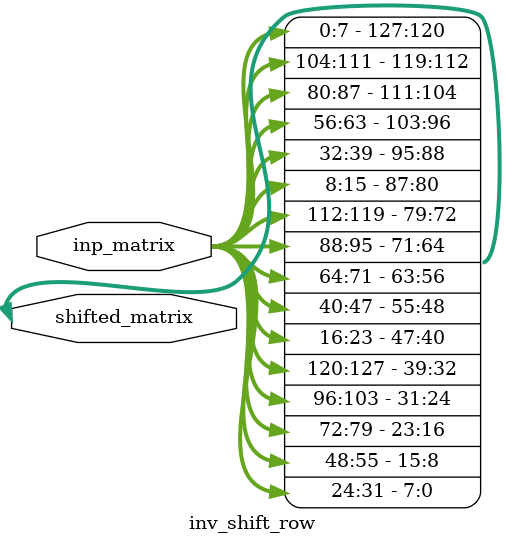
<source format=v>
`timescale 1ns / 1ps


module shift_row(inp_matrix,shifted_matrix);

input [0:127] inp_matrix;
inout [0:127] shifted_matrix;

assign shifted_matrix[0:7]   = inp_matrix[0:7];//0 
assign shifted_matrix[8:15] = inp_matrix[40:47];//1
assign shifted_matrix[16:23] = inp_matrix[80:87];//2
assign shifted_matrix[24:31] = inp_matrix[120:127];//3

assign shifted_matrix[32:39] = inp_matrix[32:39];//4
assign shifted_matrix[40:47] = inp_matrix[72:79];//5
assign shifted_matrix[48:55] = inp_matrix[112:119];//6
assign shifted_matrix[56:63] = inp_matrix[24:31];//7

assign shifted_matrix[64:71] = inp_matrix[64:71];//8
assign shifted_matrix[72:79] = inp_matrix[104:111];//9
assign shifted_matrix[80:87] = inp_matrix[16:23];//10
assign shifted_matrix[88:95] = inp_matrix[56:63];//11

assign shifted_matrix[96:103] = inp_matrix[96:103];//12
assign shifted_matrix[104:111] = inp_matrix[8:15];//13s
assign shifted_matrix[112:119] = inp_matrix[48:55];//14
assign shifted_matrix[120:127] = inp_matrix[88:95];//15

endmodule

module inv_shift_row(inp_matrix,shifted_matrix);

input [0:127] inp_matrix;
inout [0:127] shifted_matrix;

assign shifted_matrix[0:7]   = inp_matrix[0:7];//0 
assign shifted_matrix[8:15] = inp_matrix[104:111];//1
assign shifted_matrix[16:23] = inp_matrix[80:87];//2
assign shifted_matrix[24:31] = inp_matrix[56:63];//3

assign shifted_matrix[32:39] = inp_matrix[32:39];//4
assign shifted_matrix[40:47] = inp_matrix[8:15];//5
assign shifted_matrix[48:55] = inp_matrix[112:119];//6
assign shifted_matrix[56:63] = inp_matrix[88:95];//7

assign shifted_matrix[64:71] = inp_matrix[64:71];//8
assign shifted_matrix[72:79] = inp_matrix[40:47];//9
assign shifted_matrix[80:87] = inp_matrix[16:23];//10
assign shifted_matrix[88:95] = inp_matrix[120:127];//11

assign shifted_matrix[96:103] = inp_matrix[96:103];//12
assign shifted_matrix[104:111] = inp_matrix[72:79];//13s
assign shifted_matrix[112:119] = inp_matrix[48:55];//14
assign shifted_matrix[120:127] = inp_matrix[24:31];//15

endmodule

</source>
